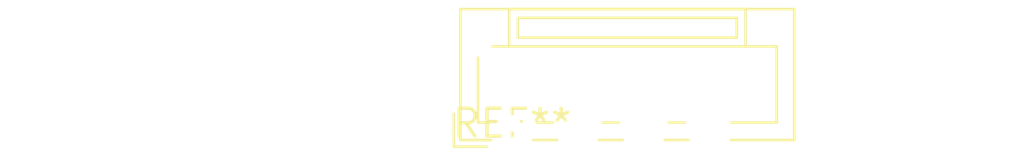
<source format=kicad_pcb>
(kicad_pcb (version 20240108) (generator pcbnew)
  (layers (0 "F.Cu" signal) (31 "B.Cu" signal) (34 "B.Paste" user) (35 "F.Paste" user) (36 "B.SilkS" user "B.Silkscreen") (37 "F.SilkS" user "F.Silkscreen") (38 "B.Mask" user) (39 "F.Mask" user) (44 "Edge.Cuts" user))
  (net 0 "")
  (footprint "JST_ZE_B08B-ZESK-1D_1x08_P1.50mm_Vertical" (layer "F.Cu") (at 0 0)
    (property "Reference" "REF**")
    (property "Value" "JST_ZE_B08B-ZESK-1D_1x08_P1.50mm_Vertical")
    (fp_line (start -2.66 -0.44) (end -2.66 1.06) (layer "F.SilkS") (stroke (width 0.12)))
    (fp_line (start -2.66 1.06) (end -1.16 1.06) (layer "F.SilkS") (stroke (width 0.12)))
    (fp_line (start -2.36 -5.21) (end 12.86 -5.21) (layer "F.SilkS") (stroke (width 0.12)))
    (fp_line (start -2.36 0.76) (end -2.36 -5.21) (layer "F.SilkS") (stroke (width 0.12)))
    (fp_line (start -1.56 -3) (end -1.56 -0.04) (layer "F.SilkS") (stroke (width 0.12)))
    (fp_line (start -1.56 -0.04) (end -1 -0.04) (layer "F.SilkS") (stroke (width 0.12)))
    (fp_line (start -0.96 0.76) (end -2.36 0.76) (layer "F.SilkS") (stroke (width 0.12)))
    (fp_line (start -0.14 -5.21) (end -0.14 -3.51) (layer "F.SilkS") (stroke (width 0.12)))
    (fp_line (start -0.14 -3.51) (end -0.9 -3.51) (layer "F.SilkS") (stroke (width 0.12)))
    (fp_line (start -0.14 -3.51) (end 10.64 -3.51) (layer "F.SilkS") (stroke (width 0.12)))
    (fp_line (start 0.26 -4.81) (end 0.26 -3.91) (layer "F.SilkS") (stroke (width 0.12)))
    (fp_line (start 0.26 -3.91) (end 10.24 -3.91) (layer "F.SilkS") (stroke (width 0.12)))
    (fp_line (start 0.96 0.76) (end 2.04 0.76) (layer "F.SilkS") (stroke (width 0.12)))
    (fp_line (start 1.135 -0.04) (end 1.865 -0.04) (layer "F.SilkS") (stroke (width 0.12)))
    (fp_line (start 3.96 0.76) (end 5.04 0.76) (layer "F.SilkS") (stroke (width 0.12)))
    (fp_line (start 4.135 -0.04) (end 4.865 -0.04) (layer "F.SilkS") (stroke (width 0.12)))
    (fp_line (start 6.96 0.76) (end 8.04 0.76) (layer "F.SilkS") (stroke (width 0.12)))
    (fp_line (start 7.135 -0.04) (end 7.865 -0.04) (layer "F.SilkS") (stroke (width 0.12)))
    (fp_line (start 10.24 -4.81) (end 0.26 -4.81) (layer "F.SilkS") (stroke (width 0.12)))
    (fp_line (start 10.24 -3.91) (end 10.24 -4.81) (layer "F.SilkS") (stroke (width 0.12)))
    (fp_line (start 10.64 -5.21) (end -0.14 -5.21) (layer "F.SilkS") (stroke (width 0.12)))
    (fp_line (start 10.64 -3.51) (end 10.64 -5.21) (layer "F.SilkS") (stroke (width 0.12)))
    (fp_line (start 10.64 -3.51) (end 12.06 -3.51) (layer "F.SilkS") (stroke (width 0.12)))
    (fp_line (start 12.06 -3.51) (end 12.06 -0.04) (layer "F.SilkS") (stroke (width 0.12)))
    (fp_line (start 12.06 -0.04) (end 10 -0.04) (layer "F.SilkS") (stroke (width 0.12)))
    (fp_line (start 12.86 -5.21) (end 12.86 0.76) (layer "F.SilkS") (stroke (width 0.12)))
    (fp_line (start 12.86 0.76) (end 9.96 0.76) (layer "F.SilkS") (stroke (width 0.12)))
    (pad "" np_thru_hole circle (at -1.65 -3.8) (size 0.85 0.85) (drill 0.85) (layers *.Cu *.Mask))
    (pad "1" thru_hole custom (at 0 0) (size 1.117157 1.117157) (drill 0.75) (layers *.Cu *.Mask) (remove_unused_layers) (options (clearance outline) (anchor circle)) (primitives (gr_poly (pts (xy 0.45 -0.225) (xy 0.45 0.625) (xy -0.45 0.625) (xy -0.45 -0.625) (xy 0.05 -0.625)) (width 0.5) (fill yes))))
    (pad "2" thru_hole oval (at 1.5 -2) (size 1.4 1.75) (drill 0.75) (layers *.Cu *.Mask) (remove_unused_layers))
    (pad "3" thru_hole oval (at 3 0) (size 1.4 1.75) (drill 0.75) (layers *.Cu *.Mask) (remove_unused_layers))
    (pad "4" thru_hole oval (at 4.5 -2) (size 1.4 1.75) (drill 0.75) (layers *.Cu *.Mask) (remove_unused_layers))
    (pad "5" thru_hole oval (at 6 0) (size 1.4 1.75) (drill 0.75) (layers *.Cu *.Mask) (remove_unused_layers))
    (pad "6" thru_hole oval (at 7.5 -2) (size 1.4 1.75) (drill 0.75) (layers *.Cu *.Mask) (remove_unused_layers))
    (pad "7" thru_hole oval (at 9 0) (size 1.4 1.75) (drill 0.75) (layers *.Cu *.Mask) (remove_unused_layers))
    (pad "8" thru_hole oval (at 10.5 -2) (size 1.4 1.75) (drill 0.75) (layers *.Cu *.Mask) (remove_unused_layers))
  )
)
</source>
